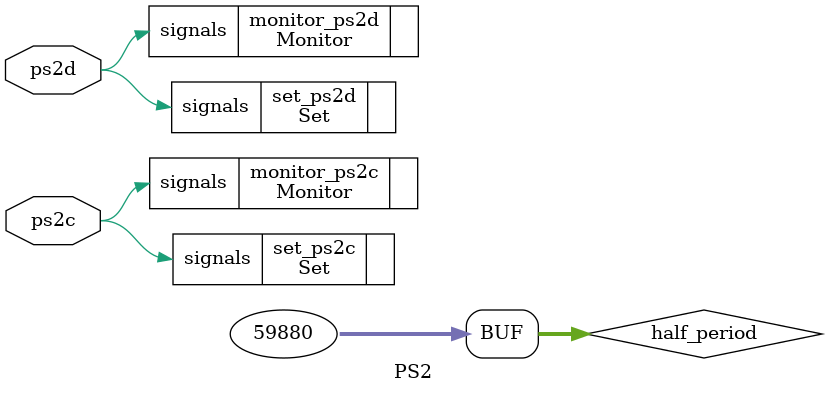
<source format=v>
module PS2
#(
   parameter LABEL = "",

   parameter ERROR = 1,
   parameter WARN  = 1,
   parameter INFO1 = 0,
   parameter INFO2 = 0,
   parameter INFO3 = 0,
   parameter INFO4 = 0
) (
   inout ps2c,
   inout ps2d
);

   Set #(
      .LABEL("zegar"),
      .INFO1(1),
      .INFO2(1),
      .INFO3(1),
      .INFO4(1),
      .N(1)
   ) set_ps2c (
      .signals( ps2c )
   );

   Set #(
      .LABEL("dane"),
      .INFO1(1),
      .INFO2(1),
      .INFO3(1),
      .INFO4(1),
      .N(1)
   ) set_ps2d (
      .signals( ps2d )
   );

   Monitor #(
      .LOGLEVEL(5),
      // .LOGLEVEL(9),
      .LABEL("zegar"),
      .N(1)
   ) monitor_ps2c (
      .signals( ps2c )
   );

   Monitor #(
      .LOGLEVEL(5),
      // .LOGLEVEL(9),
      .LABEL("dane"),
      .N(1)
   ) monitor_ps2d (
      .signals( ps2d )
   );

   // reg [31:0] half_period = 32'd1 / 32'd16700 / 32'd2;

   reg [31:0] half_period = 32'd59880;


   // Zadanie odbiera komende od FPGA oczekujac najpierw na rozpoczecie komunikacji ze strony FPGA

   task receive_cmd
   (
      output reg [7:0] cmd
   );
      reg [10:0] received_data;
      reg        parity;
      reg        expected_parity;
      integer    i;
   begin

      // Domyslnym stanem sa wysokie impedancje, ktore poprzez podciagniete otwarte kolektory przekladaja sie na wartosci wysokie na wyjsciach linii

      set_ps2c.z();
      set_ps2d.z();

      // Modul komunikacyjny powinien rowniez zaczac stanami wysokiej impedancji

      #1;

      if( INFO1 )
          $display("%t\t INFO1 %s Sprawdzanie czy FPGA zaczelo prace z liniami zegara i danych w stanach wysokich impedancji", $time, LABEL);

      monitor_ps2c.ensure_z();

      monitor_ps2d.ensure_z();

      // Modul komunikacyjny powinien ustawic tryb strumieniowy myszki, inaczej jest ona niema

      // Odbywa sie to poprzez przeslanie komendy 0xF4 do myszki

      // Aby rozpoczac transmisje do myszki, nalezy przetrzymac linie zegarowa nisko przez co najmniej 100 mikro sekund

      if( INFO1 )
          $display("%t\t INFO1 %s Oczekiwanie na rozpoczecie transmisji przez FPGA", $time, LABEL);

      monitor_ps2c.wait_for_low();

      if( INFO1 )
          $display("%t\t INFO1 %s FPGA rozpoczyna transmisje komendy do myszki", $time, LABEL);

      monitor_ps2c.ensure_low_during( 32'd100000 );

      if( INFO1 )
          $display("%t\t INFO1 %s FPGA wlasciwie zazadalo wytaktowania zegara w celu wyslania swojej komendy", $time, LABEL);

      if( INFO1 )
          $display("%t\t INFO1 %s FPGA powinno zwolnic zegar i reagowac na jego zmiane przez myszke", $time, LABEL);

      // Po tym FPGA musi zwolnic linie zegarowa aby umozliwic wytaktowanie jej przez myszke

      monitor_ps2c.wait_for_z();

      // Upewnij sie, ze rownoczesnie linia danych zostala wysterowana nisko dla pierwszego przesylanego bitu 'zero' rozpoczynajacego transmisje

      if( INFO1 )
          $display("%t\t INFO1 %s W momencie zwalniania zegara linia danych powinno byc wysterowana nisko jako piereszy przesylany bit stopu", $time, LABEL);

      monitor_ps2d.ensure_low();

      // Podaj zegar do FPGA, zbierz kolejne bity przesylanej komendy od FPGA

      // Zegar dostarcza myszka, musi miescic sie w granicach 10 .. 16.7 kHz

      // half_period = 32'd100000 / 32'd16700 / 32'd2;
      half_period = 32'd59880;

      // Odbierz w petli bit startu, 8 bitow danych, bit parzystosci i bit stopu

      for( i = 0; i < 11; i = i+1 ) begin

         // Przeczekaj prawie pol okresu zegara 16.7 kHz, zatrzymaj sie 5 mikrosekund wczesniej, przesylany bit powinnien  byc juz gotowy do zebrania

         if( INFO2 )
             $display("%t\t INFO2 %s Myszka obniza zegar", $time, LABEL);

         set_ps2c.low_during( half_period - 32'd5000 );

         // Odbierz kolejny bit

         if( INFO1 )
             $display("%t\t INFO1 %s Odbieranie bitu nr %d w stanie %b (0x%h) na 5 us przed wystawieniem zbocza narastajacego", $time, LABEL, i, ps2d, ps2d);

         received_data[i] = ps2d;

         // Upewnij sie, ze 5 mikro sekund przed narastajacym zboczem linia danych jest ustabilizowana i nie zmienia swojej wartosci

         if( INFO1 )
             $display("%t\t INFO1 %s Sprawdzanie czy linia danych jest stabilna 5 mikrosekund przed narastajacym zboczem", $time, LABEL);

         monitor_ps2d.ensure_same_during( 32'd5000 );

         // Podnies zegar

         if( INFO2 )
             $display("%t\t INFO2 %s Myszka podnosi zegar", $time, LABEL);

         set_ps2c.high();

         // Upewnij sie, ze 5 mikro sekund po narastajacym zboczu linia danych wciaz jest stabilna trzymajac ta sama wartosc

         if( INFO1 )
             $display("%t\t INFO1 %s Sprawdzanie czy linia danych jest wciaz stabilna 5 mikrosekund po narastajacym zboczu", $time, LABEL);

         monitor_ps2d.ensure_same_during( 32'd5000 );

         // Przeczekaj druga prawie cala polowke okresu zegara wysoko co konczcy cykl odbioru bitu

         if( INFO2 )
             $display("%t\t INFO2 %s Konczenie cyklu wysokiego stanu zegara", $time, LABEL);

         set_ps2c.high_during( half_period - 32'd5000 );

      end

      // Upewnij sie, ze ostatni przeslany bit stopu jest jedynka

      if( INFO1 )
          $display("%t\t INFO1 %s Sprawdzanie czy ostatni bit stopu jest wysoki", $time, LABEL);

      monitor_ps2d.ensure_high();

      // Podaj ostatnie zbocze opadajace modulowi komunikacyjnemu aby zwolnil linie danych

      if( INFO2 )
          $display("%t\t INFO2 %s Wystawienie zbocza opadajacego zegara, aby FPGA zwolnilo linie danych", $time, LABEL);

      set_ps2c.low_during( half_period );

      // Upewnij sie, ze faktycznie linia danych zostala zwolniona

      if( INFO1 )
          $display("%t\t INFO1 %s Sprawdzanie, czy linia danych zostala zwolniona", $time, LABEL);

      monitor_ps2d.ensure_z();

      // W ostatnim cyklu urzadzenie wysterowuje linie danych do zera potwierdzajac poprawny odbior danych

      if( INFO1 )
          $display("%t\t INFO1 %s Ostatni cykl dla potwierdzenia odbioru", $time, LABEL);

      set_ps2d.low();

      set_ps2c.high_during( half_period );

      set_ps2c.low_during( half_period );

      // Zwolnij linie

      if( INFO1 )
          $display("%t\t INFO1 %s Zwalnianie linii sygnalowej i danych", $time, LABEL);

      set_ps2c.z();

      set_ps2d.z();

      // Cykl odbioru komendy zostal zakonczony

      if( INFO1 )
          $display("%t\t INFO1 %s Pomyslnie zakonczono odbior danych", $time, LABEL);

      // Przepisz dane

      cmd = received_data[8:1];

      parity = received_data[9];

      // Sprawdz poprawnosc danych

      if( INFO1 )
          $display("%t\t INFO1 %s Sprawdzanie poprawnosci odebranych danych", $time, LABEL);

      // Policz parzystosc

      if( INFO1 )
          $display("%t\t INFO1 %s Sprawdzanie poprawnosci bitu parzystosci", $time, LABEL);

      expected_parity = ~(^cmd);

      if( parity != expected_parity ) begin
         if( ERROR )
             $display("%t\t BLAD %s Przeslany bit parzystosci nie zgadza sie z otrzymanymi danymi", $time, LABEL);
      end

   end
   endtask


   // Zadanie transmituje bajt danych do FPGA

   task transmit_data
   (
      input [7:0] data
   );
      reg [7:0]   data_reg;
      reg         parity;
      integer     i;
      begin

         // Przygotuj dane do wyslania

         data_reg = data;

         parity = ~(^data);

         // Poinformuj o rozpoczeciu transmicji

         if( INFO1 )
            $display("%t\t INFO1 %s rozpoczynanie transmicji bajtu %b (hex %h)", $time, LABEL, data, data);

         // Sprawdz czy linia danych jest w stanie wysokiej impedancji

         if( INFO1 )
            $display("%t\t INFO1 %s Sprawdzanie czy linia danych jest w stanie wysokiej impedancji", $time, LABEL);

         monitor_ps2d.ensure_z();

         // Sprawdz czy linia zegarowa rowniez jest wolna teraz i przez kolejne 50 mikrosekund

         if( INFO1 )
            $display("%t\t INFO1 %s Sprawdzanie czy linia zegarowa jest w stanie wysokiej impedancji teraz i przez kolejne 50 mikrosekund", $time, LABEL);

         monitor_ps2c.ensure_z_during( 32'd50_000 );

         // Wystaw pierwszy bit stopu

         if( INFO1 )
            $display("%t\t INFO1 %s Wystawianie pierwszego bitu stopu", $time, LABEL);

         set_ps2d.low();

         // Wlacz zegar zaczynajac stanem niskim

         set_ps2c.low_during( half_period );

         // Przeczekaj okres zegarowy wysylania pierwszego bitu stopu

         set_ps2c.high_during( half_period );

         set_ps2c.low_during( half_period );

         // Wyslij bajt danych

         for( i = 0; i < 8; i = i+1 ) begin

            //

            set_ps2d.state( data_reg[i] );

            set_ps2c.high_during( half_period );

            set_ps2c.low_during( half_period );

         end

         // Wyslij bit parzystosci

         set_ps2d.state( parity );

         set_ps2c.high_during( half_period );

         set_ps2c.low_during( half_period );

         // Wyslij bit stopu

         set_ps2d.high();

         set_ps2c.high_during( half_period );

         set_ps2c.low_during( half_period );

         // Zwolnij obie linie

         set_ps2d.z();

         set_ps2c.z();

      end
   endtask

endmodule

</source>
